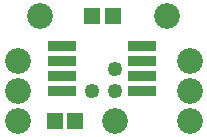
<source format=gts>
G04 MADE WITH FRITZING*
G04 WWW.FRITZING.ORG*
G04 DOUBLE SIDED*
G04 HOLES PLATED*
G04 CONTOUR ON CENTER OF CONTOUR VECTOR*
%ASAXBY*%
%FSLAX23Y23*%
%MOIN*%
%OFA0B0*%
%SFA1.0B1.0*%
%ADD10C,0.085433*%
%ADD11C,0.049370*%
%ADD12R,0.097000X0.034000*%
%ADD13R,0.057244X0.053307*%
%LNMASK1*%
G90*
G70*
G54D10*
X392Y72D03*
X641Y72D03*
X641Y172D03*
X68Y72D03*
X68Y172D03*
X68Y271D03*
X641Y271D03*
X566Y421D03*
X143Y421D03*
G54D11*
X392Y246D03*
X392Y172D03*
X317Y172D03*
G54D12*
X217Y322D03*
X217Y272D03*
X217Y222D03*
X217Y172D03*
X482Y172D03*
X482Y222D03*
X482Y272D03*
X482Y322D03*
G54D13*
X192Y72D03*
X259Y72D03*
X317Y421D03*
X384Y421D03*
G04 End of Mask1*
M02*
</source>
